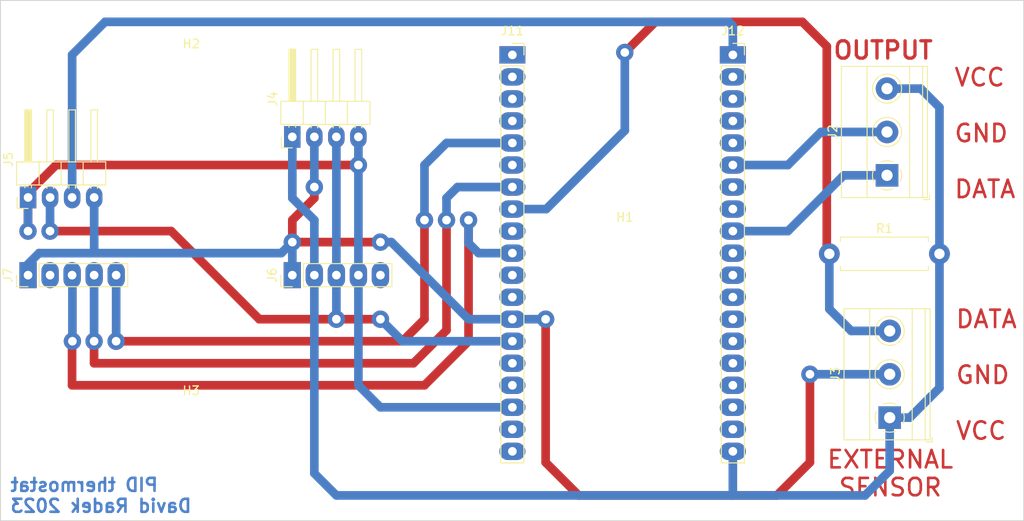
<source format=kicad_pcb>
(kicad_pcb (version 20211014) (generator pcbnew)
  (title_block (title "PID Thermostat PCB") (date "2023-03-09") (rev "2") (company "David Radek") (comment 1 "Maturita 2023"))
  (layers (0 "F.Cu" signal) (31 "B.Cu" signal) (34 "B.Paste" user) (35 "F.Paste" user) (36 "B.SilkS" user "B.Silkscreen") (37 "F.SilkS" user "F.Silkscreen") (38 "B.Mask" user) (39 "F.Mask" user) (44 "Edge.Cuts" user))
  (net 0 "")
  (net 1 "Net-(J12-Pad9)")
  (net 2 "Net-(J12-Pad6)")
  (net 3 "Net-(J12-Pad19)")
  (net 4 "Net-(J11-Pad13)")
  (net 5 "Net-(J11-Pad10)")
  (net 6 "Net-(J11-Pad14)")
  (net 7 "Net-(J11-Pad17)")
  (net 8 "Net-(J12-Pad1)")
  (net 11 "Net-(J11-Pad8)")
  (net 12 "Net-(J11-Pad7)")
  (net 13 "Net-(J11-Pad5)")
  (footprint "TerminalBlock_Phoenix:TerminalBlock_Phoenix_MKDS-1,5-3_1x03_P5.00mm_Horizontal" (layer "F.Cu") (at 139.7 57.07 90)
    (fp_text reference "J2" (at 5 -6.26 90) (layer "F.SilkS"))
    (fp_text value "SSR")
    (fp_line (start -2.56 -5.261) (end -2.56 4.66) (layer "F.SilkS") (width 0.12))
    (fp_line (start -2.56 4.1) (end 12.56 4.1) (layer "F.SilkS") (width 0.12))
    (fp_line (start 11.07 -1.275) (end 11.035 -1.239) (layer "F.SilkS") (width 0.12))
    (fp_line (start -2.8 4.9) (end -2.3 4.9) (layer "F.SilkS") (width 0.12))
    (fp_line (start 11.275 -1.069) (end 11.228 -1.023) (layer "F.SilkS") (width 0.12))
    (fp_line (start 3.773 1.023) (end 3.726 1.069) (layer "F.SilkS") (width 0.12))
    (fp_line (start 8.966 1.239) (end 8.931 1.274) (layer "F.SilkS") (width 0.12))
    (fp_line (start 12.56 -5.261) (end 12.56 4.66) (layer "F.SilkS") (width 0.12))
    (fp_line (start 3.966 1.239) (end 3.931 1.274) (layer "F.SilkS") (width 0.12))
    (fp_line (start 6.07 -1.275) (end 6.035 -1.239) (layer "F.SilkS") (width 0.12))
    (fp_line (start -2.56 2.6) (end 12.56 2.6) (layer "F.SilkS") (width 0.12))
    (fp_line (start -2.56 -5.261) (end 12.56 -5.261) (layer "F.SilkS") (width 0.12))
    (fp_line (start 8.773 1.023) (end 8.726 1.069) (layer "F.SilkS") (width 0.12))
    (fp_line (start -2.56 -2.301) (end 12.56 -2.301) (layer "F.SilkS") (width 0.12))
    (fp_line (start -2.8 4.16) (end -2.8 4.9) (layer "F.SilkS") (width 0.12))
    (fp_line (start 6.275 -1.069) (end 6.228 -1.023) (layer "F.SilkS") (width 0.12))
    (fp_line (start -2.56 4.66) (end 12.56 4.66) (layer "F.SilkS") (width 0.12))
    (fp_arc (start -1.535427 0.683042) (mid -1.680501 -0.000524) (end -1.535 -0.684) (layer "F.SilkS") (width 0.12))
    (fp_arc (start 0.683318 1.534756) (mid 0.349292 1.643288) (end 0 1.68) (layer "F.SilkS") (width 0.12))
    (fp_arc (start 0.028805 1.680253) (mid -0.335551 1.646659) (end -0.684 1.535) (layer "F.SilkS") (width 0.12))
    (fp_arc (start -0.683042 -1.535427) (mid 0.000524 -1.680501) (end 0.684 -1.535) (layer "F.SilkS") (width 0.12))
    (fp_arc (start 1.535427 -0.683042) (mid 1.680501 0.000524) (end 1.535 0.684) (layer "F.SilkS") (width 0.12))
    (fp_circle (center 5 0) (end 6.68 0) (layer "F.SilkS") (width 0.12) (fill none))
    (fp_circle (center 10 0) (end 11.68 0) (layer "F.SilkS") (width 0.12) (fill none))
    (pad "1" thru_hole rect (at 0 0 90) (size 2.6 2.6) (drill 1.3) (layers *.Cu *.Mask) (net 1 "Net-(J12-Pad9)"))
    (pad "2" thru_hole circle (at 5 0 90) (size 2.6 2.6) (drill 1.3) (layers *.Cu *.Mask) (net 2 "Net-(J12-Pad6)"))
    (pad "3" thru_hole circle (at 10 0 90) (size 2.6 2.6) (drill 1.3) (layers *.Cu *.Mask) (net 3 "Net-(J12-Pad19)"))
  )
  (footprint "TerminalBlock_Phoenix:TerminalBlock_Phoenix_MKDS-1,5-3_1x03_P5.00mm_Horizontal" (layer "F.Cu") (at 140.005 85.01 90)
    (fp_text reference "J3" (at 5 -6.26 90) (layer "F.SilkS"))
    (fp_text value "SENSOR-EXT")
    (fp_line (start 11.275 -1.069) (end 11.228 -1.023) (layer "F.SilkS") (width 0.12))
    (fp_line (start -2.8 4.9) (end -2.3 4.9) (layer "F.SilkS") (width 0.12))
    (fp_line (start 8.773 1.023) (end 8.726 1.069) (layer "F.SilkS") (width 0.12))
    (fp_line (start 6.07 -1.275) (end 6.035 -1.239) (layer "F.SilkS") (width 0.12))
    (fp_line (start 6.275 -1.069) (end 6.228 -1.023) (layer "F.SilkS") (width 0.12))
    (fp_line (start 3.773 1.023) (end 3.726 1.069) (layer "F.SilkS") (width 0.12))
    (fp_line (start -2.8 4.16) (end -2.8 4.9) (layer "F.SilkS") (width 0.12))
    (fp_line (start -2.56 -2.301) (end 12.56 -2.301) (layer "F.SilkS") (width 0.12))
    (fp_line (start -2.56 -5.261) (end 12.56 -5.261) (layer "F.SilkS") (width 0.12))
    (fp_line (start -2.56 -5.261) (end -2.56 4.66) (layer "F.SilkS") (width 0.12))
    (fp_line (start 3.966 1.239) (end 3.931 1.274) (layer "F.SilkS") (width 0.12))
    (fp_line (start 12.56 -5.261) (end 12.56 4.66) (layer "F.SilkS") (width 0.12))
    (fp_line (start -2.56 4.1) (end 12.56 4.1) (layer "F.SilkS") (width 0.12))
    (fp_line (start 11.07 -1.275) (end 11.035 -1.239) (layer "F.SilkS") (width 0.12))
    (fp_line (start -2.56 4.66) (end 12.56 4.66) (layer "F.SilkS") (width 0.12))
    (fp_line (start -2.56 2.6) (end 12.56 2.6) (layer "F.SilkS") (width 0.12))
    (fp_line (start 8.966 1.239) (end 8.931 1.274) (layer "F.SilkS") (width 0.12))
    (fp_arc (start 0.028805 1.680253) (mid -0.335551 1.646659) (end -0.684 1.535) (layer "F.SilkS") (width 0.12))
    (fp_arc (start 1.535427 -0.683042) (mid 1.680501 0.000524) (end 1.535 0.684) (layer "F.SilkS") (width 0.12))
    (fp_arc (start -1.535427 0.683042) (mid -1.680501 -0.000524) (end -1.535 -0.684) (layer "F.SilkS") (width 0.12))
    (fp_arc (start -0.683042 -1.535427) (mid 0.000524 -1.680501) (end 0.684 -1.535) (layer "F.SilkS") (width 0.12))
    (fp_arc (start 0.683318 1.534756) (mid 0.349292 1.643288) (end 0 1.68) (layer "F.SilkS") (width 0.12))
    (fp_circle (center 10 0) (end 11.68 0) (layer "F.SilkS") (width 0.12) (fill none))
    (fp_circle (center 5 0) (end 6.68 0) (layer "F.SilkS") (width 0.12) (fill none))
    (pad "1" thru_hole rect (at 0 0 90) (size 2.6 2.6) (drill 1.3) (layers *.Cu *.Mask) (net 3 "Net-(J12-Pad19)"))
    (pad "2" thru_hole circle (at 5 0 90) (size 2.6 2.6) (drill 1.3) (layers *.Cu *.Mask) (net 4 "Net-(J11-Pad13)"))
    (pad "3" thru_hole circle (at 10 0 90) (size 2.6 2.6) (drill 1.3) (layers *.Cu *.Mask) (net 11 "Net-(J11-Pad8)"))
  )
  (footprint "Resistor_THT:R_Axial_DIN0411_L9.9mm_D3.6mm_P12.70mm_Horizontal" (layer "F.Cu") (at 133.045 66.121538)
    (fp_text reference "R1" (at 6.35 -2.92) (layer "F.SilkS"))
    (fp_text value "4K7")
    (fp_line (start 1.28 -1.44) (end 1.28 -1.92) (layer "F.SilkS") (width 0.12))
    (fp_line (start 11.42 1.92) (end 11.42 1.44) (layer "F.SilkS") (width 0.12))
    (fp_line (start 1.28 1.44) (end 1.28 1.92) (layer "F.SilkS") (width 0.12))
    (fp_line (start 1.28 1.92) (end 11.42 1.92) (layer "F.SilkS") (width 0.12))
    (fp_line (start 1.28 -1.92) (end 11.42 -1.92) (layer "F.SilkS") (width 0.12))
    (fp_line (start 11.42 -1.92) (end 11.42 -1.44) (layer "F.SilkS") (width 0.12))
    (pad "1" thru_hole circle (at 0 0) (size 2.4 2.4) (drill 1.2) (layers *.Cu *.Mask) (net 11 "Net-(J11-Pad8)"))
    (pad "2" thru_hole oval (at 12.7 0) (size 2.4 2.4) (drill 1.2) (layers *.Cu *.Mask) (net 3 "Net-(J12-Pad19)"))
  )
  (footprint "Connector_PinHeader_2.54mm:PinHeader_1x05_P2.54mm_Vertical" (layer "F.Cu") (at 40.645 68.58 90)
    (fp_text reference "J7" (at 0 -2.33 90) (layer "F.SilkS"))
    (fp_text value "ENCODER")
    (fp_line (start -1.33 1.27) (end -1.33 11.49) (layer "F.SilkS") (width 0.12))
    (fp_line (start -1.33 11.49) (end 1.33 11.49) (layer "F.SilkS") (width 0.12))
    (fp_line (start -1.33 0) (end -1.33 -1.33) (layer "F.SilkS") (width 0.12))
    (fp_line (start -1.33 -1.33) (end 0 -1.33) (layer "F.SilkS") (width 0.12))
    (fp_line (start -1.33 1.27) (end 1.33 1.27) (layer "F.SilkS") (width 0.12))
    (fp_line (start 1.33 1.27) (end 1.33 11.49) (layer "F.SilkS") (width 0.12))
    (pad "1" thru_hole rect (at 0 0 90) (size 3 2) (drill 1) (layers *.Cu *.Mask) (net 4 "Net-(J11-Pad13)"))
    (pad "2" thru_hole oval (at 0 2.54 90) (size 3 2) (drill 1) (layers *.Cu *.Mask))
    (pad "3" thru_hole oval (at 0 5.08 90) (size 3 2) (drill 1) (layers *.Cu *.Mask) (net 5 "Net-(J11-Pad10)"))
    (pad "4" thru_hole oval (at 0 7.62 90) (size 3 2) (drill 1) (layers *.Cu *.Mask) (net 12 "Net-(J11-Pad7)"))
    (pad "5" thru_hole oval (at 0 10.16 90) (size 3 2) (drill 1) (layers *.Cu *.Mask) (net 13 "Net-(J11-Pad5)"))
  )
  (footprint "Connector_PinHeader_2.54mm:PinHeader_1x05_P2.54mm_Vertical" (layer "F.Cu") (at 71.12 68.58 90)
    (fp_text reference "J6" (at 0 -2.33 90) (layer "F.SilkS"))
    (fp_text value "RTC")
    (fp_line (start -1.33 0) (end -1.33 -1.33) (layer "F.SilkS") (width 0.12))
    (fp_line (start -1.33 11.49) (end 1.33 11.49) (layer "F.SilkS") (width 0.12))
    (fp_line (start -1.33 1.27) (end 1.33 1.27) (layer "F.SilkS") (width 0.12))
    (fp_line (start -1.33 -1.33) (end 0 -1.33) (layer "F.SilkS") (width 0.12))
    (fp_line (start -1.33 1.27) (end -1.33 11.49) (layer "F.SilkS") (width 0.12))
    (fp_line (start 1.33 1.27) (end 1.33 11.49) (layer "F.SilkS") (width 0.12))
    (pad "1" thru_hole rect (at 0 0 90) (size 3 2) (drill 1) (layers *.Cu *.Mask) (net 4 "Net-(J11-Pad13)"))
    (pad "2" thru_hole oval (at 0 2.54 90) (size 3 2) (drill 1) (layers *.Cu *.Mask) (net 3 "Net-(J12-Pad19)"))
    (pad "3" thru_hole oval (at 0 5.08 90) (size 3 2) (drill 1) (layers *.Cu *.Mask) (net 6 "Net-(J11-Pad14)"))
    (pad "4" thru_hole oval (at 0 7.62 90) (size 3 2) (drill 1) (layers *.Cu *.Mask) (net 7 "Net-(J11-Pad17)"))
    (pad "5" thru_hole oval (at 0 10.16 90) (size 3 2) (drill 1) (layers *.Cu *.Mask))
  )
  (footprint "Connector_PinHeader_2.54mm:PinHeader_1x04_P2.54mm_Horizontal" (layer "F.Cu") (at 40.65 59.62 90)
    (fp_text reference "J5" (at 4.385 -2.27 90) (layer "F.SilkS"))
    (fp_text value "LCD")
    (fp_line (start 4.1 -0.08) (end 10.1 -0.08) (layer "F.SilkS") (width 0.12))
    (fp_line (start 4.1 0.16) (end 10.1 0.16) (layer "F.SilkS") (width 0.12))
    (fp_line (start 4.1 0.04) (end 10.1 0.04) (layer "F.SilkS") (width 0.12))
    (fp_line (start 1.44 8.95) (end 4.1 8.95) (layer "F.SilkS") (width 0.12))
    (fp_line (start 4.1 -1.33) (end 1.44 -1.33) (layer "F.SilkS") (width 0.12))
    (fp_line (start 4.1 -0.32) (end 10.1 -0.32) (layer "F.SilkS") (width 0.12))
    (fp_line (start 4.1 4.7) (end 10.1 4.7) (layer "F.SilkS") (width 0.12))
    (fp_line (start 10.1 2.92) (end 4.1 2.92) (layer "F.SilkS") (width 0.12))
    (fp_line (start 10.1 4.7) (end 10.1 5.46) (layer "F.SilkS") (width 0.12))
    (fp_line (start -1.27 -1.27) (end 0 -1.27) (layer "F.SilkS") (width 0.12))
    (fp_line (start 10.1 -0.38) (end 10.1 0.38) (layer "F.SilkS") (width 0.12))
    (fp_line (start -1.27 0) (end -1.27 -1.27) (layer "F.SilkS") (width 0.12))
    (fp_line (start 1.042929 2.92) (end 1.44 2.92) (layer "F.SilkS") (width 0.12))
    (fp_line (start 1.042929 8) (end 1.44 8) (layer "F.SilkS") (width 0.12))
    (fp_line (start 10.1 8) (end 4.1 8) (layer "F.SilkS") (width 0.12))
    (fp_line (start 10.1 5.46) (end 4.1 5.46) (layer "F.SilkS") (width 0.12))
    (fp_line (start 10.1 7.24) (end 10.1 8) (layer "F.SilkS") (width 0.12))
    (fp_line (start 4.1 2.16) (end 10.1 2.16) (layer "F.SilkS") (width 0.12))
    (fp_line (start 1.44 1.27) (end 4.1 1.27) (layer "F.SilkS") (width 0.12))
    (fp_line (start 1.042929 5.46) (end 1.44 5.46) (layer "F.SilkS") (width 0.12))
    (fp_line (start 1.042929 2.16) (end 1.44 2.16) (layer "F.SilkS") (width 0.12))
    (fp_line (start 4.1 0.28) (end 10.1 0.28) (layer "F.SilkS") (width 0.12))
    (fp_line (start 4.1 8.95) (end 4.1 -1.33) (layer "F.SilkS") (width 0.12))
    (fp_line (start 4.1 -0.38) (end 10.1 -0.38) (layer "F.SilkS") (width 0.12))
    (fp_line (start 1.44 -1.33) (end 1.44 8.95) (layer "F.SilkS") (width 0.12))
    (fp_line (start 1.042929 7.24) (end 1.44 7.24) (layer "F.SilkS") (width 0.12))
    (fp_line (start 4.1 7.24) (end 10.1 7.24) (layer "F.SilkS") (width 0.12))
    (fp_line (start 10.1 2.16) (end 10.1 2.92) (layer "F.SilkS") (width 0.12))
    (fp_line (start 1.11 0.38) (end 1.44 0.38) (layer "F.SilkS") (width 0.12))
    (fp_line (start 1.44 6.35) (end 4.1 6.35) (layer "F.SilkS") (width 0.12))
    (fp_line (start 4.1 -0.2) (end 10.1 -0.2) (layer "F.SilkS") (width 0.12))
    (fp_line (start 10.1 0.38) (end 4.1 0.38) (layer "F.SilkS") (width 0.12))
    (fp_line (start 1.44 3.81) (end 4.1 3.81) (layer "F.SilkS") (width 0.12))
    (fp_line (start 1.042929 4.7) (end 1.44 4.7) (layer "F.SilkS") (width 0.12))
    (fp_line (start 1.11 -0.38) (end 1.44 -0.38) (layer "F.SilkS") (width 0.12))
    (pad "1" thru_hole rect (at 0 0 90) (size 2.5 1.9) (drill 1) (layers *.Cu *.Mask) (net 7 "Net-(J11-Pad17)"))
    (pad "2" thru_hole oval (at 0 2.54 90) (size 2.5 1.9) (drill 1) (layers *.Cu *.Mask) (net 6 "Net-(J11-Pad14)"))
    (pad "3" thru_hole oval (at 0 5.08 90) (size 2.5 1.9) (drill 1) (layers *.Cu *.Mask) (net 8 "Net-(J12-Pad1)"))
    (pad "4" thru_hole oval (at 0 7.62 90) (size 2.5 1.9) (drill 1) (layers *.Cu *.Mask) (net 4 "Net-(J11-Pad13)"))
  )
  (footprint "Connector_PinHeader_2.54mm:PinHeader_1x04_P2.54mm_Horizontal" (layer "F.Cu") (at 71.12 52.635 90)
    (fp_text reference "J4" (at 4.385 -2.27 90) (layer "F.SilkS"))
    (fp_text value "SENSOR-INT")
    (fp_line (start 1.042929 2.16) (end 1.44 2.16) (layer "F.SilkS") (width 0.12))
    (fp_line (start 4.1 -0.32) (end 10.1 -0.32) (layer "F.SilkS") (width 0.12))
    (fp_line (start 4.1 2.16) (end 10.1 2.16) (layer "F.SilkS") (width 0.12))
    (fp_line (start 10.1 7.24) (end 10.1 8) (layer "F.SilkS") (width 0.12))
    (fp_line (start 4.1 8.95) (end 4.1 -1.33) (layer "F.SilkS") (width 0.12))
    (fp_line (start 10.1 4.7) (end 10.1 5.46) (layer "F.SilkS") (width 0.12))
    (fp_line (start 1.44 1.27) (end 4.1 1.27) (layer "F.SilkS") (width 0.12))
    (fp_line (start 4.1 0.28) (end 10.1 0.28) (layer "F.SilkS") (width 0.12))
    (fp_line (start 10.1 2.16) (end 10.1 2.92) (layer "F.SilkS") (width 0.12))
    (fp_line (start 1.042929 5.46) (end 1.44 5.46) (layer "F.SilkS") (width 0.12))
    (fp_line (start 1.042929 7.24) (end 1.44 7.24) (layer "F.SilkS") (width 0.12))
    (fp_line (start 4.1 -0.38) (end 10.1 -0.38) (layer "F.SilkS") (width 0.12))
    (fp_line (start 1.042929 4.7) (end 1.44 4.7) (layer "F.SilkS") (width 0.12))
    (fp_line (start 1.11 0.38) (end 1.44 0.38) (layer "F.SilkS") (width 0.12))
    (fp_line (start -1.27 -1.27) (end 0 -1.27) (layer "F.SilkS") (width 0.12))
    (fp_line (start -1.27 0) (end -1.27 -1.27) (layer "F.SilkS") (width 0.12))
    (fp_line (start 4.1 0.04) (end 10.1 0.04) (layer "F.SilkS") (width 0.12))
    (fp_line (start 1.44 6.35) (end 4.1 6.35) (layer "F.SilkS") (width 0.12))
    (fp_line (start 4.1 -1.33) (end 1.44 -1.33) (layer "F.SilkS") (width 0.12))
    (fp_line (start 4.1 0.16) (end 10.1 0.16) (layer "F.SilkS") (width 0.12))
    (fp_line (start 1.11 -0.38) (end 1.44 -0.38) (layer "F.SilkS") (width 0.12))
    (fp_line (start 10.1 0.38) (end 4.1 0.38) (layer "F.SilkS") (width 0.12))
    (fp_line (start 1.042929 2.92) (end 1.44 2.92) (layer "F.SilkS") (width 0.12))
    (fp_line (start 4.1 -0.2) (end 10.1 -0.2) (layer "F.SilkS") (width 0.12))
    (fp_line (start 10.1 -0.38) (end 10.1 0.38) (layer "F.SilkS") (width 0.12))
    (fp_line (start 10.1 5.46) (end 4.1 5.46) (layer "F.SilkS") (width 0.12))
    (fp_line (start 10.1 2.92) (end 4.1 2.92) (layer "F.SilkS") (width 0.12))
    (fp_line (start 10.1 8) (end 4.1 8) (layer "F.SilkS") (width 0.12))
    (fp_line (start 1.44 -1.33) (end 1.44 8.95) (layer "F.SilkS") (width 0.12))
    (fp_line (start 4.1 -0.08) (end 10.1 -0.08) (layer "F.SilkS") (width 0.12))
    (fp_line (start 1.44 3.81) (end 4.1 3.81) (layer "F.SilkS") (width 0.12))
    (fp_line (start 1.44 8.95) (end 4.1 8.95) (layer "F.SilkS") (width 0.12))
    (fp_line (start 4.1 4.7) (end 10.1 4.7) (layer "F.SilkS") (width 0.12))
    (fp_line (start 1.042929 8) (end 1.44 8) (layer "F.SilkS") (width 0.12))
    (fp_line (start 4.1 7.24) (end 10.1 7.24) (layer "F.SilkS") (width 0.12))
    (pad "1" thru_hole rect (at 0 0 90) (size 2.5 1.9) (drill 1) (layers *.Cu *.Mask) (net 3 "Net-(J12-Pad19)"))
    (pad "2" thru_hole oval (at 0 2.54 90) (size 2.5 1.9) (drill 1) (layers *.Cu *.Mask) (net 4 "Net-(J11-Pad13)"))
    (pad "3" thru_hole oval (at 0 5.08 90) (size 2.5 1.9) (drill 1) (layers *.Cu *.Mask) (net 6 "Net-(J11-Pad14)"))
    (pad "4" thru_hole oval (at 0 7.62 90) (size 2.5 1.9) (drill 1) (layers *.Cu *.Mask) (net 7 "Net-(J11-Pad17)"))
  )
  (footprint "MountingHole:MountingHole_4mm" (layer "F.Cu") (at 59.46 46.9)
    (fp_text reference "H2" (at 0 -5) (layer "F.SilkS"))
    (fp_text value "MountingHole")
    (pad "" np_thru_hole circle (at 0 0) (size 4 4) (drill 4) (layers *.Cu *.Mask))
  )
  (footprint "MountingHole:MountingHole_4mm" (layer "F.Cu") (at 109.46 66.9)
    (fp_text reference "H1" (at 0 -5) (layer "F.SilkS"))
    (fp_text value "MountingHole")
    (pad "" np_thru_hole circle (at 0 0) (size 4 4) (drill 4) (layers *.Cu *.Mask))
  )
  (footprint "Connector_PinSocket_2.54mm:PinSocket_1x19_P2.54mm_Vertical" (layer "F.Cu") (at 121.92 43.18)
    (fp_text reference "J12" (at 0 -2.77) (layer "F.SilkS"))
    (fp_text value "ESP-32-R")
    (fp_line (start 0 -1.33) (end 1.33 -1.33) (layer "F.SilkS") (width 0.12))
    (fp_line (start 1.33 1.27) (end 1.33 47.05) (layer "F.SilkS") (width 0.12))
    (fp_line (start -1.33 1.27) (end -1.33 47.05) (layer "F.SilkS") (width 0.12))
    (fp_line (start -1.33 1.27) (end 1.33 1.27) (layer "F.SilkS") (width 0.12))
    (fp_line (start 1.33 -1.33) (end 1.33 0) (layer "F.SilkS") (width 0.12))
    (fp_line (start -1.33 47.05) (end 1.33 47.05) (layer "F.SilkS") (width 0.12))
    (pad "1" thru_hole rect (at 0 0) (size 3 2) (drill 1) (layers *.Cu *.Mask) (net 8 "Net-(J12-Pad1)"))
    (pad "2" thru_hole oval (at 0 2.54) (size 3 2) (drill 1) (layers *.Cu *.Mask))
    (pad "3" thru_hole oval (at 0 5.08) (size 3 2) (drill 1) (layers *.Cu *.Mask))
    (pad "4" thru_hole oval (at 0 7.62) (size 3 2) (drill 1) (layers *.Cu *.Mask))
    (pad "5" thru_hole oval (at 0 10.16) (size 3 2) (drill 1) (layers *.Cu *.Mask))
    (pad "6" thru_hole oval (at 0 12.7) (size 3 2) (drill 1) (layers *.Cu *.Mask) (net 2 "Net-(J12-Pad6)"))
    (pad "7" thru_hole oval (at 0 15.24) (size 3 2) (drill 1) (layers *.Cu *.Mask))
    (pad "8" thru_hole oval (at 0 17.78) (size 3 2) (drill 1) (layers *.Cu *.Mask))
    (pad "9" thru_hole oval (at 0 20.32) (size 3 2) (drill 1) (layers *.Cu *.Mask) (net 1 "Net-(J12-Pad9)"))
    (pad "10" thru_hole oval (at 0 22.86) (size 3 2) (drill 1) (layers *.Cu *.Mask))
    (pad "11" thru_hole oval (at 0 25.4) (size 3 2) (drill 1) (layers *.Cu *.Mask))
    (pad "12" thru_hole oval (at 0 27.94) (size 3 2) (drill 1) (layers *.Cu *.Mask))
    (pad "13" thru_hole oval (at 0 30.48) (size 3 2) (drill 1) (layers *.Cu *.Mask))
    (pad "14" thru_hole oval (at 0 33.02) (size 3 2) (drill 1) (layers *.Cu *.Mask))
    (pad "15" thru_hole oval (at 0 35.56) (size 3 2) (drill 1) (layers *.Cu *.Mask))
    (pad "16" thru_hole oval (at 0 38.1) (size 3 2) (drill 1) (layers *.Cu *.Mask))
    (pad "17" thru_hole oval (at 0 40.64) (size 3 2) (drill 1) (layers *.Cu *.Mask))
    (pad "18" thru_hole oval (at 0 43.18) (size 3 2) (drill 1) (layers *.Cu *.Mask))
    (pad "19" thru_hole oval (at 0 45.72) (size 3 2) (drill 1) (layers *.Cu *.Mask) (net 3 "Net-(J12-Pad19)"))
  )
  (footprint "Connector_PinSocket_2.54mm:PinSocket_1x19_P2.54mm_Vertical" (layer "F.Cu") (at 96.495 43.18)
    (fp_text reference "J11" (at 0 -2.77) (layer "F.SilkS"))
    (fp_text value "ESP-32-L")
    (fp_line (start -1.33 47.05) (end 1.33 47.05) (layer "F.SilkS") (width 0.12))
    (fp_line (start -1.33 1.27) (end -1.33 47.05) (layer "F.SilkS") (width 0.12))
    (fp_line (start 0 -1.33) (end 1.33 -1.33) (layer "F.SilkS") (width 0.12))
    (fp_line (start -1.33 1.27) (end 1.33 1.27) (layer "F.SilkS") (width 0.12))
    (fp_line (start 1.33 -1.33) (end 1.33 0) (layer "F.SilkS") (width 0.12))
    (fp_line (start 1.33 1.27) (end 1.33 47.05) (layer "F.SilkS") (width 0.12))
    (pad "1" thru_hole rect (at 0 0) (size 3 2) (drill 1) (layers *.Cu *.Mask))
    (pad "2" thru_hole oval (at 0 2.54) (size 3 2) (drill 1) (layers *.Cu *.Mask))
    (pad "3" thru_hole oval (at 0 5.08) (size 3 2) (drill 1) (layers *.Cu *.Mask))
    (pad "4" thru_hole oval (at 0 7.62) (size 3 2) (drill 1) (layers *.Cu *.Mask))
    (pad "5" thru_hole oval (at 0 10.16) (size 3 2) (drill 1) (layers *.Cu *.Mask) (net 13 "Net-(J11-Pad5)"))
    (pad "6" thru_hole oval (at 0 12.7) (size 3 2) (drill 1) (layers *.Cu *.Mask))
    (pad "7" thru_hole oval (at 0 15.24) (size 3 2) (drill 1) (layers *.Cu *.Mask) (net 12 "Net-(J11-Pad7)"))
    (pad "8" thru_hole oval (at 0 17.78) (size 3 2) (drill 1) (layers *.Cu *.Mask) (net 11 "Net-(J11-Pad8)"))
    (pad "9" thru_hole oval (at 0 20.32) (size 3 2) (drill 1) (layers *.Cu *.Mask))
    (pad "10" thru_hole oval (at 0 22.86) (size 3 2) (drill 1) (layers *.Cu *.Mask) (net 5 "Net-(J11-Pad10)"))
    (pad "11" thru_hole oval (at 0 25.4) (size 3 2) (drill 1) (layers *.Cu *.Mask))
    (pad "12" thru_hole oval (at 0 27.94) (size 3 2) (drill 1) (layers *.Cu *.Mask))
    (pad "13" thru_hole oval (at 0 30.48) (size 3 2) (drill 1) (layers *.Cu *.Mask) (net 4 "Net-(J11-Pad13)"))
    (pad "14" thru_hole oval (at 0 33.02) (size 3 2) (drill 1) (layers *.Cu *.Mask) (net 6 "Net-(J11-Pad14)"))
    (pad "15" thru_hole oval (at 0 35.56) (size 3 2) (drill 1) (layers *.Cu *.Mask))
    (pad "16" thru_hole oval (at 0 38.1) (size 3 2) (drill 1) (layers *.Cu *.Mask))
    (pad "17" thru_hole oval (at 0 40.64) (size 3 2) (drill 1) (layers *.Cu *.Mask) (net 7 "Net-(J11-Pad17)"))
    (pad "18" thru_hole oval (at 0 43.18) (size 3 2) (drill 1) (layers *.Cu *.Mask))
    (pad "19" thru_hole oval (at 0 45.72) (size 3 2) (drill 1) (layers *.Cu *.Mask))
  )
  (footprint "MountingHole:MountingHole_4mm" (layer "F.Cu") (at 59.46 86.9)
    (fp_text reference "H3" (at 0 -5) (layer "F.SilkS"))
    (fp_text value "MountingHole")
    (pad "" np_thru_hole circle (at 0 0) (size 4 4) (drill 4) (layers *.Cu *.Mask))
  )
  (gr_rect (start 37.46 96.9) (end 155.46 36.9) (layer "Edge.Cuts") (width 0.1) (fill none))
  (gr_text "OUTPUT" (at 139.255131 42.646253) (layer "F.Cu") (effects (font (size 2 2) (thickness 0.375))))
  (gr_text "VCC\n\nGND\n\nDATA\n" (at 147.32 52.222193) (layer "F.Cu") (effects (font (size 2 2) (thickness 0.3)) (justify left)))
  (gr_text "DATA\n\nGND\n\nVCC\n" (at 147.485195 80.089338) (layer "F.Cu") (effects (font (size 2 2) (thickness 0.3)) (justify left)))
  (gr_text "EXTERNAL\nSENSOR\n" (at 140.070723 91.44) (layer "F.Cu") (effects (font (size 2 2) (thickness 0.3))))
  (gr_text "PID thermostat\nDavid Radek 2023" (at 38.46 93.98) (layer "B.Cu") (effects (font (size 1.5 1.5) (thickness 0.3)) (justify right mirror)))
  (segment (start 134.7 57.07) (end 139.7 57.07) (width 1) (layer "B.Cu") (net 1))
  (segment (start 128.27 63.5) (end 134.7 57.07) (width 1) (layer "B.Cu") (net 1))
  (segment (start 121.92 63.5) (end 128.27 63.5) (width 1) (layer "B.Cu") (net 1))
  (segment (start 139.7 52.07) (end 132.08 52.07) (width 1) (layer "B.Cu") (net 2))
  (segment (start 128.27 55.88) (end 121.92 55.88) (width 1) (layer "B.Cu") (net 2))
  (segment (start 132.08 52.07) (end 128.27 55.88) (width 1) (layer "B.Cu") (net 2))
  (segment (start 73.66 62.23) (end 71.12 59.69) (width 1) (layer "B.Cu") (net 3))
  (segment (start 145.745 66.121538) (end 145.745 49.225) (width 1) (layer "B.Cu") (net 3))
  (segment (start 71.12 59.69) (end 71.12 52.635) (width 1) (layer "B.Cu") (net 3))
  (segment (start 142.32 85.01) (end 145.745 81.585) (width 1) (layer "B.Cu") (net 3))
  (segment (start 145.745 81.585) (end 145.745 66.121538) (width 1) (layer "B.Cu") (net 3))
  (segment (start 140.005 85.01) (end 142.32 85.01) (width 1) (layer "B.Cu") (net 3))
  (segment (start 73.66 91.44) (end 76.2 93.98) (width 1) (layer "B.Cu") (net 3))
  (segment (start 140.005 91.135) (end 140.005 85.01) (width 1) (layer "B.Cu") (net 3))
  (segment (start 121.92 93.98) (end 137.16 93.98) (width 1) (layer "B.Cu") (net 3))
  (segment (start 121.92 88.9) (end 121.92 93.98) (width 1) (layer "B.Cu") (net 3))
  (segment (start 76.2 93.98) (end 121.92 93.98) (width 1) (layer "B.Cu") (net 3))
  (segment (start 73.66 68.58) (end 73.66 91.44) (width 1) (layer "B.Cu") (net 3))
  (segment (start 137.16 93.98) (end 140.005 91.135) (width 1) (layer "B.Cu") (net 3))
  (segment (start 143.59 47.07) (end 139.7 47.07) (width 1) (layer "B.Cu") (net 3))
  (segment (start 145.745 49.225) (end 143.59 47.07) (width 1) (layer "B.Cu") (net 3))
  (segment (start 73.66 68.58) (end 73.66 62.23) (width 1) (layer "B.Cu") (net 3))
  (segment (start 100.33 73.66) (end 100.33 90.17) (width 1) (layer "F.Cu") (net 4))
  (segment (start 71.12 62.23) (end 73.66 59.69) (width 1) (layer "F.Cu") (net 4))
  (segment (start 100.33 90.17) (end 104.14 93.98) (width 1) (layer "F.Cu") (net 4))
  (segment (start 127 93.98) (end 130.81 90.17) (width 1) (layer "F.Cu") (net 4))
  (segment (start 81.28 64.77) (end 71.12 64.77) (width 1) (layer "F.Cu") (net 4))
  (segment (start 104.14 93.98) (end 127 93.98) (width 1) (layer "F.Cu") (net 4))
  (segment (start 71.12 64.77) (end 71.12 62.23) (width 1) (layer "F.Cu") (net 4))
  (segment (start 130.81 90.17) (end 130.81 80.01) (width 1) (layer "F.Cu") (net 4))
  (segment (start 73.66 59.69) (end 73.66 58.42) (width 1) (layer "F.Cu") (net 4))
  (via (at 130.81 80.01) (size 2) (drill 1) (layers "F.Cu" "B.Cu") (net 4))
  (via (at 73.66 58.42) (size 2) (drill 1) (layers "F.Cu" "B.Cu") (net 4))
  (via (at 81.28 64.77) (size 2) (drill 1) (layers "F.Cu" "B.Cu") (net 4))
  (via (at 100.33 73.66) (size 2) (drill 1) (layers "F.Cu" "B.Cu") (net 4))
  (via (at 71.12 64.77) (size 2) (drill 1) (layers "F.Cu" "B.Cu") (net 4))
  (segment (start 48.26 66.04) (end 69.85 66.04) (width 1) (layer "B.Cu") (net 4))
  (segment (start 73.66 58.42) (end 73.66 52.635) (width 1) (layer "B.Cu") (net 4))
  (segment (start 40.645 67.305) (end 41.91 66.04) (width 1) (layer "B.Cu") (net 4))
  (segment (start 71.12 68.58) (end 71.12 64.77) (width 1) (layer "B.Cu") (net 4))
  (segment (start 82.55 64.77) (end 91.44 73.66) (width 1) (layer "B.Cu") (net 4))
  (segment (start 91.44 73.66) (end 96.495 73.66) (width 1) (layer "B.Cu") (net 4))
  (segment (start 81.28 64.77) (end 82.55 64.77) (width 1) (layer "B.Cu") (net 4))
  (segment (start 130.81 80.01) (end 140.005 80.01) (width 1) (layer "B.Cu") (net 4))
  (segment (start 40.645 68.58) (end 40.645 67.305) (width 1) (layer "B.Cu") (net 4))
  (segment (start 69.85 66.04) (end 71.12 64.77) (width 1) (layer "B.Cu") (net 4))
  (segment (start 96.495 73.66) (end 100.33 73.66) (width 1) (layer "B.Cu") (net 4))
  (segment (start 48.27 66.03) (end 48.26 66.04) (width 1) (layer "B.Cu") (net 4))
  (segment (start 48.27 59.62) (end 48.27 66.03) (width 1) (layer "B.Cu") (net 4))
  (segment (start 41.91 66.04) (end 48.26 66.04) (width 1) (layer "B.Cu") (net 4))
  (segment (start 91.44 76.2) (end 86.36 81.28) (width 1) (layer "F.Cu") (net 5))
  (segment (start 45.72 76.240497) (end 45.760497 76.2) (width 1) (layer "F.Cu") (net 5))
  (segment (start 45.72 81.28) (end 45.72 76.240497) (width 1) (layer "F.Cu") (net 5))
  (segment (start 86.36 81.28) (end 45.72 81.28) (width 1) (layer "F.Cu") (net 5))
  (segment (start 91.44 62.23) (end 91.44 76.2) (width 1) (layer "F.Cu") (net 5))
  (via (at 91.44 62.23) (size 2) (drill 1) (layers "F.Cu" "B.Cu") (net 5))
  (via (at 45.760497 76.2) (size 2) (drill 1) (layers "F.Cu" "B.Cu") (net 5))
  (segment (start 96.495 66.04) (end 92.6 66.04) (width 1) (layer "B.Cu") (net 5))
  (segment (start 45.760497 76.2) (end 45.760497 68.615497) (width 1) (layer "B.Cu") (net 5))
  (segment (start 91.44 64.88) (end 91.44 62.23) (width 1) (layer "B.Cu") (net 5))
  (segment (start 92.6 66.04) (end 91.44 64.88) (width 1) (layer "B.Cu") (net 5))
  (segment (start 45.760497 68.615497) (end 45.725 68.58) (width 1) (layer "B.Cu") (net 5))
  (segment (start 57.15 63.5) (end 67.31 73.66) (width 1) (layer "F.Cu") (net 6))
  (segment (start 43.18 63.5) (end 57.15 63.5) (width 1) (layer "F.Cu") (net 6))
  (segment (start 81.28 73.66) (end 76.2 73.66) (width 1) (layer "F.Cu") (net 6))
  (segment (start 67.31 73.66) (end 76.2 73.66) (width 1) (layer "F.Cu") (net 6))
  (via (at 81.28 73.66) (size 2) (drill 1) (layers "F.Cu" "B.Cu") (net 6))
  (via (at 43.18 63.5) (size 2) (drill 1) (layers "F.Cu" "B.Cu") (net 6))
  (via (at 76.2 73.66) (size 2) (drill 1) (layers "F.Cu" "B.Cu") (net 6))
  (segment (start 96.495 76.2) (end 83.82 76.2) (width 1) (layer "B.Cu") (net 6))
  (segment (start 76.2 68.58) (end 76.2 52.635) (width 1) (layer "B.Cu") (net 6))
  (segment (start 76.2 68.58) (end 76.2 73.66) (width 1) (layer "B.Cu") (net 6))
  (segment (start 43.18 63.5) (end 43.18 59.63) (width 1) (layer "B.Cu") (net 6))
  (segment (start 43.19 63.49) (end 43.18 63.5) (width 1) (layer "B.Cu") (net 6))
  (segment (start 83.82 76.2) (end 81.28 73.66) (width 1) (layer "B.Cu") (net 6))
  (segment (start 43.18 59.63) (end 43.19 59.62) (width 1) (layer "B.Cu") (net 6))
  (segment (start 40.64 59.112284) (end 43.872284 55.88) (width 1) (layer "F.Cu") (net 7))
  (segment (start 40.64 63.5) (end 40.64 59.112284) (width 1) (layer "F.Cu") (net 7))
  (segment (start 43.872284 55.88) (end 78.74 55.88) (width 1) (layer "F.Cu") (net 7))
  (via (at 40.64 63.5) (size 2) (drill 1) (layers "F.Cu" "B.Cu") (net 7))
  (via (at 78.74 55.88) (size 2) (drill 1) (layers "F.Cu" "B.Cu") (net 7))
  (segment (start 78.74 55.88) (end 78.74 52.635) (width 1) (layer "B.Cu") (net 7))
  (segment (start 40.64 59.63) (end 40.65 59.62) (width 1) (layer "B.Cu") (net 7))
  (segment (start 78.74 81.28) (end 78.74 68.58) (width 1) (layer "B.Cu") (net 7))
  (segment (start 78.74 68.58) (end 78.74 55.88) (width 1) (layer "B.Cu") (net 7))
  (segment (start 96.495 83.82) (end 81.28 83.82) (width 1) (layer "B.Cu") (net 7))
  (segment (start 40.65 63.49) (end 40.64 63.5) (width 1) (layer "B.Cu") (net 7))
  (segment (start 81.28 83.82) (end 78.74 81.28) (width 1) (layer "B.Cu") (net 7))
  (segment (start 40.64 63.5) (end 40.64 59.63) (width 1) (layer "B.Cu") (net 7))
  (segment (start 121.92 39.83) (end 121.92 43.18) (width 1) (layer "B.Cu") (net 8))
  (segment (start 121.46 39.37) (end 121.92 39.83) (width 1) (layer "B.Cu") (net 8))
  (segment (start 49.53 39.37) (end 121.46 39.37) (width 1) (layer "B.Cu") (net 8))
  (segment (start 45.73 43.17) (end 45.73 59.62) (width 1) (layer "B.Cu") (net 8))
  (segment (start 45.73 43.17) (end 49.53 39.37) (width 1) (layer "B.Cu") (net 8))
  (segment (start 129.93 39.37) (end 132.751832 42.191832) (width 1) (layer "F.Cu") (net 11))
  (segment (start 132.751832 65.82837) (end 133.045 66.121538) (width 1) (layer "F.Cu") (net 11))
  (segment (start 109.46 42.9) (end 112.99 39.37) (width 1) (layer "F.Cu") (net 11))
  (segment (start 112.99 39.37) (end 129.93 39.37) (width 1) (layer "F.Cu") (net 11))
  (segment (start 132.751832 42.191832) (end 132.751832 65.82837) (width 1) (layer "F.Cu") (net 11))
  (via (at 109.46 42.9) (size 2) (drill 1) (layers "F.Cu" "B.Cu") (net 11))
  (segment (start 109.46 42.9) (end 109.46 51.9) (width 1) (layer "B.Cu") (net 11))
  (segment (start 135.57 75.01) (end 140.005 75.01) (width 1) (layer "B.Cu") (net 11))
  (segment (start 100.4 60.96) (end 96.495 60.96) (width 1) (layer "B.Cu") (net 11))
  (segment (start 133.045 72.485) (end 135.57 75.01) (width 1) (layer "B.Cu") (net 11))
  (segment (start 109.46 51.9) (end 100.4 60.96) (width 1) (layer "B.Cu") (net 11))
  (segment (start 133.045 66.121538) (end 133.045 72.485) (width 1) (layer "B.Cu") (net 11))
  (segment (start 85.09 78.74) (end 48.26 78.74) (width 1) (layer "F.Cu") (net 12))
  (segment (start 48.26 78.74) (end 48.26 76.2) (width 1) (layer "F.Cu") (net 12))
  (segment (start 88.9 74.93) (end 85.09 78.74) (width 1) (layer "F.Cu") (net 12))
  (segment (start 88.9 62.23) (end 88.9 74.93) (width 1) (layer "F.Cu") (net 12))
  (via (at 88.9 62.23) (size 2) (drill 1) (layers "F.Cu" "B.Cu") (net 12))
  (via (at 48.26 76.2) (size 2) (drill 1) (layers "F.Cu" "B.Cu") (net 12))
  (segment (start 88.9 59.69) (end 88.9 62.23) (width 1) (layer "B.Cu") (net 12))
  (segment (start 96.495 58.42) (end 90.17 58.42) (width 1) (layer "B.Cu") (net 12))
  (segment (start 48.26 68.585) (end 48.265 68.58) (width 1) (layer "B.Cu") (net 12))
  (segment (start 48.26 76.2) (end 48.26 68.585) (width 1) (layer "B.Cu") (net 12))
  (segment (start 90.17 58.42) (end 88.9 59.69) (width 1) (layer "B.Cu") (net 12))
  (segment (start 83.82 76.2) (end 86.36 73.66) (width 1) (layer "F.Cu") (net 13))
  (segment (start 86.36 73.66) (end 86.36 62.23) (width 1) (layer "F.Cu") (net 13))
  (segment (start 50.8 76.2) (end 83.82 76.2) (width 1) (layer "F.Cu") (net 13))
  (via (at 50.8 76.2) (size 2) (drill 1) (layers "F.Cu" "B.Cu") (net 13))
  (via (at 86.36 62.23) (size 2) (drill 1) (layers "F.Cu" "B.Cu") (net 13))
  (segment (start 86.36 55.88) (end 86.36 62.23) (width 1) (layer "B.Cu") (net 13))
  (segment (start 88.9 53.34) (end 87.63 54.61) (width 1) (layer "B.Cu") (net 13))
  (segment (start 50.805 68.58) (end 50.805 76.195) (width 1) (layer "B.Cu") (net 13))
  (segment (start 96.495 53.34) (end 88.9 53.34) (width 1) (layer "B.Cu") (net 13))
  (segment (start 50.805 76.195) (end 50.8 76.2) (width 1) (layer "B.Cu") (net 13))
  (segment (start 87.63 54.61) (end 86.36 55.88) (width 1) (layer "B.Cu") (net 13))
)
</source>
